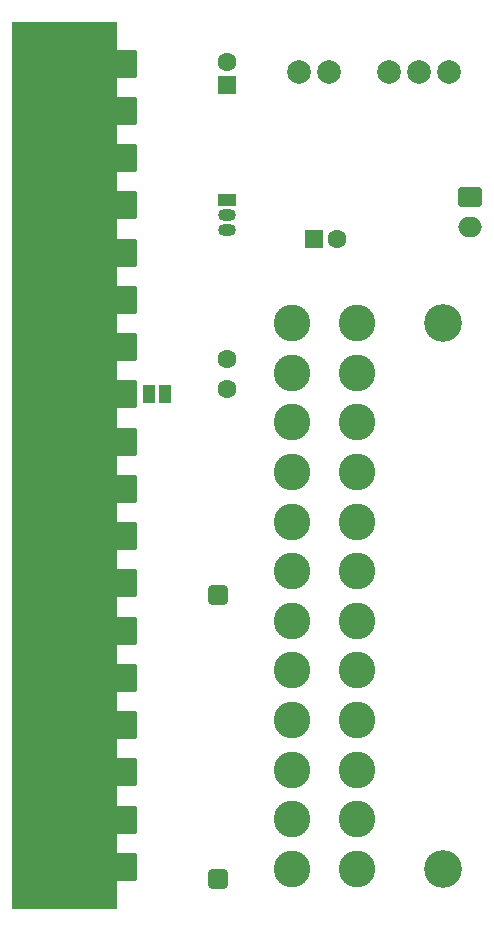
<source format=gbr>
%TF.GenerationSoftware,KiCad,Pcbnew,(6.0.8-1)-1*%
%TF.CreationDate,2022-11-10T09:52:18-06:00*%
%TF.ProjectId,VT100_ATX_DCDC,56543130-305f-4415-9458-5f444344432e,rev?*%
%TF.SameCoordinates,Original*%
%TF.FileFunction,Soldermask,Top*%
%TF.FilePolarity,Negative*%
%FSLAX46Y46*%
G04 Gerber Fmt 4.6, Leading zero omitted, Abs format (unit mm)*
G04 Created by KiCad (PCBNEW (6.0.8-1)-1) date 2022-11-10 09:52:18*
%MOMM*%
%LPD*%
G01*
G04 APERTURE LIST*
G04 Aperture macros list*
%AMRoundRect*
0 Rectangle with rounded corners*
0 $1 Rounding radius*
0 $2 $3 $4 $5 $6 $7 $8 $9 X,Y pos of 4 corners*
0 Add a 4 corners polygon primitive as box body*
4,1,4,$2,$3,$4,$5,$6,$7,$8,$9,$2,$3,0*
0 Add four circle primitives for the rounded corners*
1,1,$1+$1,$2,$3*
1,1,$1+$1,$4,$5*
1,1,$1+$1,$6,$7*
1,1,$1+$1,$8,$9*
0 Add four rect primitives between the rounded corners*
20,1,$1+$1,$2,$3,$4,$5,0*
20,1,$1+$1,$4,$5,$6,$7,0*
20,1,$1+$1,$6,$7,$8,$9,0*
20,1,$1+$1,$8,$9,$2,$3,0*%
G04 Aperture macros list end*
%ADD10C,0.120000*%
%ADD11C,2.000000*%
%ADD12C,1.600000*%
%ADD13RoundRect,0.250000X-0.750000X0.600000X-0.750000X-0.600000X0.750000X-0.600000X0.750000X0.600000X0*%
%ADD14O,2.000000X1.700000*%
%ADD15R,1.600000X1.600000*%
%ADD16RoundRect,0.120000X4.980000X1.080000X-4.980000X1.080000X-4.980000X-1.080000X4.980000X-1.080000X0*%
%ADD17R,1.000000X1.500000*%
%ADD18RoundRect,0.437500X-0.437500X0.437500X-0.437500X-0.437500X0.437500X-0.437500X0.437500X0.437500X0*%
%ADD19R,1.500000X1.050000*%
%ADD20O,1.500000X1.050000*%
%ADD21C,3.202940*%
%ADD22C,3.101340*%
G04 APERTURE END LIST*
%TO.C,U2*%
G36*
X49231000Y-125733000D02*
G01*
X40481000Y-125733000D01*
X40481000Y-50733000D01*
X49231000Y-50733000D01*
X49231000Y-125733000D01*
G37*
D10*
X49231000Y-125733000D02*
X40481000Y-125733000D01*
X40481000Y-50733000D01*
X49231000Y-50733000D01*
X49231000Y-125733000D01*
%TD*%
D11*
%TO.C,U1*%
X64770000Y-54959000D03*
X67310000Y-54959000D03*
X72390000Y-54959000D03*
X74930000Y-54959000D03*
X77470000Y-54959000D03*
%TD*%
D12*
%TO.C,C1*%
X58674000Y-79268000D03*
X58674000Y-81768000D03*
%TD*%
D13*
%TO.C,J1*%
X79248000Y-65532000D03*
D14*
X79248000Y-68032000D03*
%TD*%
D15*
%TO.C,C3*%
X58674000Y-56073100D03*
D12*
X58674000Y-54073100D03*
%TD*%
D16*
%TO.C,U2*%
X45931000Y-54233000D03*
X45931000Y-58233000D03*
X45931000Y-62233000D03*
X45931000Y-66233000D03*
X45931000Y-70233000D03*
X45931000Y-74233000D03*
X45931000Y-78233000D03*
X45931000Y-82233000D03*
X45931000Y-86233000D03*
X45931000Y-90233000D03*
X45931000Y-94233000D03*
X45931000Y-98233000D03*
X45931000Y-102233000D03*
X45931000Y-106233000D03*
X45931000Y-110233000D03*
X45931000Y-114233000D03*
X45931000Y-118233000D03*
X45931000Y-122233000D03*
%TD*%
D17*
%TO.C,JP1*%
X53370000Y-82169000D03*
X52070000Y-82169000D03*
%TD*%
D18*
%TO.C,R1*%
X57912000Y-99252000D03*
X57912000Y-123252000D03*
%TD*%
D15*
%TO.C,C2*%
X65973900Y-69088000D03*
D12*
X67973900Y-69088000D03*
%TD*%
D19*
%TO.C,U3*%
X58674000Y-65786000D03*
D20*
X58674000Y-67056000D03*
X58674000Y-68326000D03*
%TD*%
D21*
%TO.C,J2*%
X76962000Y-76215240D03*
X76962000Y-122412760D03*
D22*
X69662040Y-76215240D03*
X69662040Y-80416400D03*
X69662040Y-84615020D03*
X69662040Y-88816180D03*
X69662040Y-93014800D03*
X69662040Y-97215960D03*
X69662040Y-101412040D03*
X69662040Y-105613200D03*
X69662040Y-109811820D03*
X69662040Y-114012980D03*
X69662040Y-118211600D03*
X69662040Y-122412760D03*
X64162940Y-76215240D03*
X64162940Y-80416400D03*
X64162940Y-84615020D03*
X64162940Y-88816180D03*
X64162940Y-93014800D03*
X64162940Y-97215960D03*
X64162940Y-101412040D03*
X64162940Y-105613200D03*
X64162940Y-109811820D03*
X64162940Y-114012980D03*
X64162940Y-118211600D03*
X64162940Y-122412760D03*
%TD*%
M02*

</source>
